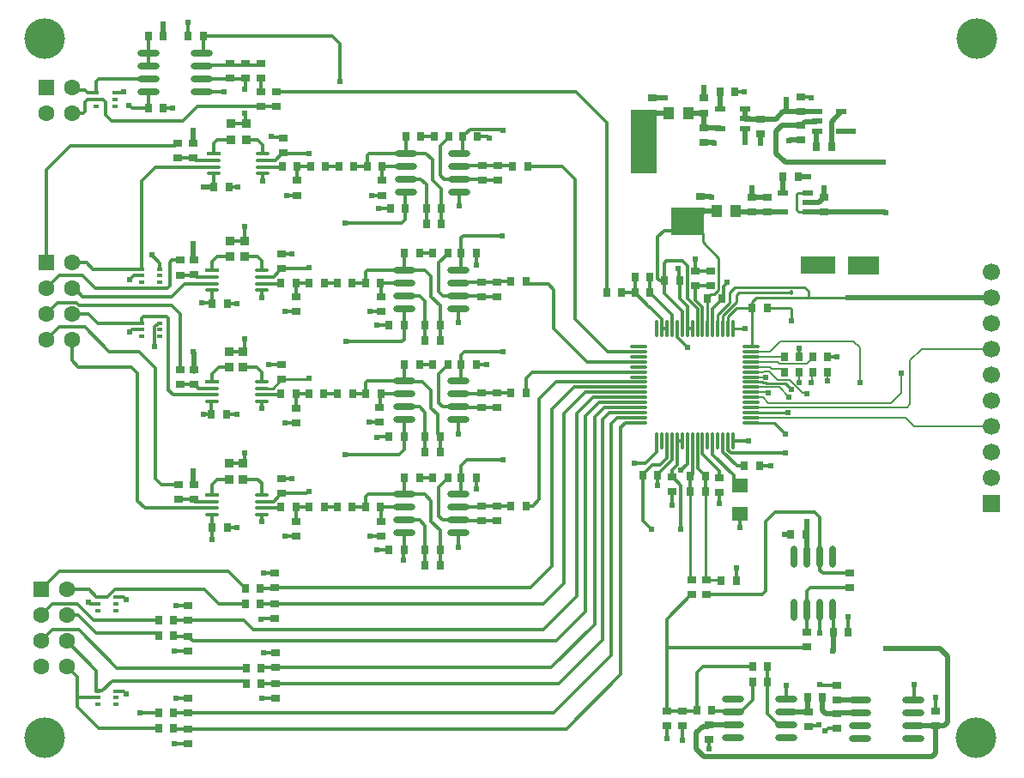
<source format=gtl>
G04*
G04 #@! TF.GenerationSoftware,Altium Limited,Altium Designer,22.0.2 (36)*
G04*
G04 Layer_Physical_Order=1*
G04 Layer_Color=12695295*
%FSLAX25Y25*%
%MOIN*%
G70*
G04*
G04 #@! TF.SameCoordinates,8A9B01F1-EDD2-4DB2-B9E0-C6938A593893*
G04*
G04*
G04 #@! TF.FilePolarity,Positive*
G04*
G01*
G75*
%ADD15C,0.00600*%
%ADD17C,0.01000*%
%ADD18R,0.03347X0.02953*%
%ADD19R,0.03347X0.03543*%
%ADD20O,0.05512X0.01200*%
%ADD21R,0.05512X0.01200*%
%ADD22R,0.02953X0.03347*%
%ADD23O,0.07087X0.01181*%
%ADD24O,0.01181X0.07087*%
%ADD25O,0.08661X0.02362*%
%ADD26R,0.06496X0.05512*%
%ADD27R,0.05512X0.06496*%
%ADD28R,0.03937X0.05118*%
%ADD29R,0.04134X0.02362*%
%ADD30O,0.02362X0.08661*%
%ADD31R,0.02165X0.01378*%
%ADD32C,0.06693*%
%ADD33R,0.06693X0.06693*%
%ADD34C,0.06299*%
%ADD35R,0.06299X0.06299*%
%ADD36C,0.15748*%
%ADD37C,0.02000*%
%ADD38C,0.01200*%
%ADD39C,0.02500*%
%ADD40R,0.13500X0.07000*%
%ADD41R,0.10000X0.25000*%
%ADD42R,0.13000X0.10500*%
%ADD43C,0.02400*%
%ADD44C,0.01800*%
G36*
X434000Y291000D02*
X422000D01*
Y298000D01*
X434000D01*
Y291000D01*
D02*
G37*
D15*
X450500Y262000D02*
X477500D01*
X446000Y257500D02*
X450500Y262000D01*
X397807Y235223D02*
X444277D01*
X397676Y239291D02*
X397807Y239423D01*
X384240Y235354D02*
X397676D01*
X397807Y239423D02*
X444923D01*
X446000Y240500D01*
X444277Y235223D02*
X447500Y232000D01*
X397676Y235354D02*
X397807Y235223D01*
X384240Y239291D02*
X397676D01*
X404086Y244944D02*
X405656D01*
X406000Y244600D01*
X442500Y245000D02*
Y252500D01*
X438500Y241000D02*
X442500Y245000D01*
X426500Y249000D02*
Y262500D01*
X424000Y265000D02*
X426500Y262500D01*
X395500Y265000D02*
X424000D01*
X391445Y260945D02*
X395500Y265000D01*
X384240Y260945D02*
X391445D01*
X391000Y241000D02*
X438500D01*
X446000Y240500D02*
Y257500D01*
X388772Y243228D02*
X391000Y241000D01*
X384240Y243228D02*
X388772D01*
X384240Y247165D02*
X395129D01*
X398956Y243338D01*
X399065Y249965D02*
X404086Y244944D01*
X390803Y245197D02*
X391000Y245000D01*
X384240Y245197D02*
X390803D01*
X391333Y253202D02*
X394570Y249965D01*
X399065D01*
X388896Y253071D02*
X389028Y253202D01*
X391333D01*
X384240Y253071D02*
X388896D01*
X447500Y232000D02*
X477500D01*
X402927Y249073D02*
Y252927D01*
X413854Y249646D02*
Y253000D01*
X391476Y255039D02*
X392342Y254173D01*
X384240Y255039D02*
X391476D01*
X392342Y254173D02*
X396169D01*
X384240Y257008D02*
X394433D01*
X384240Y258976D02*
X397122D01*
X394433Y257008D02*
X395214Y256227D01*
X384240Y251102D02*
X389898D01*
X396169Y254173D02*
X397146Y253197D01*
Y253000D02*
Y253197D01*
X397122Y258976D02*
X397146Y259000D01*
X395214Y256227D02*
X405715D01*
X408291Y258803D02*
Y259000D01*
X407768Y252622D02*
X408146Y253000D01*
X405715Y256227D02*
X408291Y258803D01*
X407500Y249000D02*
X407768Y249268D01*
Y252622D01*
D17*
X365400Y303512D02*
X371500Y297412D01*
X369750Y283191D02*
X371500Y284940D01*
Y297412D01*
X368640Y283191D02*
X369750D01*
X367302Y270009D02*
Y281853D01*
X368640Y283191D01*
X406500Y282000D02*
X422000D01*
X386323D02*
X406500D01*
X405000Y286000D02*
X406500Y284500D01*
Y282000D02*
Y284500D01*
X378000Y286000D02*
X405000D01*
X376000Y284000D02*
X378000Y286000D01*
X376000Y279940D02*
Y284000D01*
X371248Y275188D02*
X376000Y279940D01*
X371248Y270000D02*
Y275188D01*
X378500Y283000D02*
X379500Y284000D01*
X378500Y280178D02*
Y283000D01*
X373217Y274894D02*
X378500Y280178D01*
X379500Y284000D02*
X400000D01*
X373217Y270000D02*
Y274894D01*
X375185Y270000D02*
Y274600D01*
X378585Y278000D02*
X384646D01*
X375185Y274600D02*
X378585Y278000D01*
X384240Y237323D02*
X398677D01*
X384240Y233386D02*
X393114D01*
X397500Y229000D01*
X384646Y262997D02*
Y278000D01*
X377153Y270000D02*
X382000D01*
X384562Y262913D02*
X384646Y262997D01*
X384240Y262913D02*
X384562D01*
X384646Y278000D02*
Y280323D01*
X386323Y282000D01*
X390245Y248565D02*
X397405D01*
X399735Y246235D01*
X390010Y248800D02*
X390245Y248565D01*
X388947Y248800D02*
X390010D01*
X400000Y273000D02*
Y277414D01*
X399414Y278000D02*
X400000Y277414D01*
X390354Y278000D02*
X399414D01*
X212146Y250146D02*
X212500Y250500D01*
X202000Y250146D02*
X212146D01*
X365400Y303512D02*
Y307100D01*
X364000Y308500D02*
X365400Y307100D01*
X402727Y315273D02*
X406043D01*
X402000Y316000D02*
X402727Y315273D01*
X402000Y316000D02*
Y322168D01*
X402586Y322754D01*
X406043D01*
X372437Y172209D02*
X372646Y172000D01*
X367000Y172209D02*
X372437D01*
X366354Y172854D02*
Y206500D01*
Y172854D02*
X367000Y172209D01*
X360646Y172657D02*
Y206500D01*
Y172657D02*
X361082Y172221D01*
X194146Y246779D02*
X198437D01*
X201803Y250146D01*
X202000D01*
X367302Y270009D02*
X367311Y270000D01*
X384240Y249134D02*
X388614D01*
X388947Y248800D01*
X170949Y377000D02*
X171354Y377406D01*
D18*
X456000Y121354D02*
D03*
Y115646D02*
D03*
X194000Y372854D02*
D03*
Y367146D02*
D03*
X188000Y372854D02*
D03*
Y367146D02*
D03*
X182000Y367146D02*
D03*
Y372854D02*
D03*
X194000Y361854D02*
D03*
Y356146D02*
D03*
X200000Y361854D02*
D03*
Y356146D02*
D03*
X367000Y166500D02*
D03*
Y172209D02*
D03*
X361082Y166512D02*
D03*
Y172221D02*
D03*
X353500Y212209D02*
D03*
Y206500D02*
D03*
X372000Y211854D02*
D03*
Y206146D02*
D03*
X368500Y286646D02*
D03*
Y292354D02*
D03*
X162000Y209354D02*
D03*
Y203646D02*
D03*
X162500Y253854D02*
D03*
Y248146D02*
D03*
X162458Y296466D02*
D03*
Y290757D02*
D03*
X161500Y341854D02*
D03*
Y336146D02*
D03*
X388000Y351354D02*
D03*
Y345646D02*
D03*
X346000Y359468D02*
D03*
Y353759D02*
D03*
X366000Y347868D02*
D03*
Y342159D02*
D03*
Y359468D02*
D03*
Y353759D02*
D03*
X362500Y292354D02*
D03*
Y286646D02*
D03*
X406000Y146146D02*
D03*
Y151854D02*
D03*
X357500Y121354D02*
D03*
Y115646D02*
D03*
X351500Y121354D02*
D03*
Y115646D02*
D03*
X368000Y115854D02*
D03*
Y110146D02*
D03*
X406500Y115146D02*
D03*
Y120854D02*
D03*
X417500Y131354D02*
D03*
Y125646D02*
D03*
Y114646D02*
D03*
Y120354D02*
D03*
X412500Y320868D02*
D03*
Y315159D02*
D03*
X364500Y315514D02*
D03*
Y321222D02*
D03*
X384500Y315159D02*
D03*
Y320868D02*
D03*
X390500D02*
D03*
Y315159D02*
D03*
X403500Y354132D02*
D03*
Y359841D02*
D03*
Y343132D02*
D03*
Y348841D02*
D03*
X165500Y150354D02*
D03*
Y144646D02*
D03*
Y162354D02*
D03*
Y156646D02*
D03*
X199248Y162947D02*
D03*
Y157238D02*
D03*
X199146Y174854D02*
D03*
Y169146D02*
D03*
X165500Y114354D02*
D03*
Y108646D02*
D03*
Y126354D02*
D03*
Y120646D02*
D03*
X285500Y244854D02*
D03*
Y239146D02*
D03*
X207500Y233291D02*
D03*
Y239000D02*
D03*
X168000Y253854D02*
D03*
Y248146D02*
D03*
X285500Y200854D02*
D03*
Y195146D02*
D03*
X207500Y189291D02*
D03*
Y195000D02*
D03*
X168000Y209354D02*
D03*
Y203646D02*
D03*
X279500Y239146D02*
D03*
Y244854D02*
D03*
X240000Y233646D02*
D03*
Y239354D02*
D03*
X202000Y255854D02*
D03*
Y250146D02*
D03*
X279500Y195146D02*
D03*
Y200854D02*
D03*
X240500Y189291D02*
D03*
Y195000D02*
D03*
X202000Y211709D02*
D03*
Y206000D02*
D03*
X202500Y343854D02*
D03*
Y338146D02*
D03*
X241000Y321791D02*
D03*
Y327500D02*
D03*
X280000Y327646D02*
D03*
Y333354D02*
D03*
X167500Y341854D02*
D03*
Y336146D02*
D03*
X208000Y321791D02*
D03*
Y327500D02*
D03*
X286000Y333354D02*
D03*
Y327646D02*
D03*
X202000Y298917D02*
D03*
Y293209D02*
D03*
X240500Y276500D02*
D03*
Y282209D02*
D03*
X279500Y282354D02*
D03*
Y288063D02*
D03*
X168000Y296563D02*
D03*
Y290854D02*
D03*
X207500Y276500D02*
D03*
Y282209D02*
D03*
X285500Y288063D02*
D03*
Y282354D02*
D03*
X199500Y131854D02*
D03*
Y126146D02*
D03*
Y143854D02*
D03*
Y138146D02*
D03*
X422500Y174854D02*
D03*
Y169146D02*
D03*
D19*
X187500Y304051D02*
D03*
Y297949D02*
D03*
X182000Y297949D02*
D03*
Y304051D02*
D03*
X187000Y261052D02*
D03*
Y254949D02*
D03*
X181500Y254948D02*
D03*
Y261051D02*
D03*
X188203Y343401D02*
D03*
Y349503D02*
D03*
X182203Y349502D02*
D03*
Y343400D02*
D03*
X187000Y211449D02*
D03*
Y217551D02*
D03*
X181500Y217551D02*
D03*
Y211449D02*
D03*
D20*
X174854Y244220D02*
D03*
X194146Y249339D02*
D03*
Y246779D02*
D03*
Y244220D02*
D03*
Y241661D02*
D03*
X174854D02*
D03*
Y246779D02*
D03*
Y202780D02*
D03*
Y197661D02*
D03*
X194146D02*
D03*
Y200220D02*
D03*
Y202780D02*
D03*
Y205339D02*
D03*
X174854Y200220D02*
D03*
X175354Y335279D02*
D03*
Y330161D02*
D03*
X194646D02*
D03*
Y332720D02*
D03*
Y335279D02*
D03*
Y337839D02*
D03*
X175354Y332720D02*
D03*
X174854Y289988D02*
D03*
Y284870D02*
D03*
X194146D02*
D03*
Y287429D02*
D03*
Y289988D02*
D03*
Y292547D02*
D03*
X174854Y287429D02*
D03*
D21*
Y249339D02*
D03*
Y205339D02*
D03*
X175354Y337839D02*
D03*
X174854Y292547D02*
D03*
D22*
X384646Y278000D02*
D03*
X390560Y138497D02*
D03*
X384852D02*
D03*
X390500Y132500D02*
D03*
X384791D02*
D03*
X378354Y172000D02*
D03*
X372646D02*
D03*
X342146Y213000D02*
D03*
X347854D02*
D03*
X360646Y212500D02*
D03*
X366354D02*
D03*
X360646Y206500D02*
D03*
X366354D02*
D03*
X381646Y216500D02*
D03*
X387354D02*
D03*
X414000Y259000D02*
D03*
X408291D02*
D03*
X402854D02*
D03*
X397146D02*
D03*
X413854Y253000D02*
D03*
X408146D02*
D03*
X402854D02*
D03*
X397146D02*
D03*
X390354Y278000D02*
D03*
X367146Y281500D02*
D03*
X372854D02*
D03*
X344854Y284000D02*
D03*
X339146D02*
D03*
X339291Y290000D02*
D03*
X345000D02*
D03*
X328146Y284000D02*
D03*
X333854D02*
D03*
X155854Y355500D02*
D03*
X150146D02*
D03*
X165646Y383500D02*
D03*
X171354D02*
D03*
X150146D02*
D03*
X155854D02*
D03*
X255354Y256000D02*
D03*
X249646D02*
D03*
X356354Y288500D02*
D03*
X350646D02*
D03*
X411854Y126500D02*
D03*
X406146D02*
D03*
X368854Y121500D02*
D03*
X363146D02*
D03*
X396646Y329014D02*
D03*
X402354D02*
D03*
X372146Y362014D02*
D03*
X377854D02*
D03*
X409646Y340486D02*
D03*
X415354D02*
D03*
X154146Y150500D02*
D03*
X159854D02*
D03*
X154146Y156500D02*
D03*
X159854D02*
D03*
X187791Y163000D02*
D03*
X193500D02*
D03*
X187791Y169000D02*
D03*
X193500D02*
D03*
X188146Y138000D02*
D03*
X193854D02*
D03*
X188146Y132000D02*
D03*
X193854D02*
D03*
X154146Y114500D02*
D03*
X159854D02*
D03*
X154146Y120500D02*
D03*
X159854D02*
D03*
X240354Y244500D02*
D03*
X234646D02*
D03*
X229354D02*
D03*
X223646D02*
D03*
X266354Y256000D02*
D03*
X260646D02*
D03*
X296709Y245000D02*
D03*
X291000D02*
D03*
X263354Y228000D02*
D03*
X257646D02*
D03*
X240209Y200500D02*
D03*
X234500D02*
D03*
X229209D02*
D03*
X223500D02*
D03*
X266354Y212000D02*
D03*
X260646D02*
D03*
X296709Y201000D02*
D03*
X291000D02*
D03*
X263354Y184000D02*
D03*
X257646D02*
D03*
X180354Y236500D02*
D03*
X174646D02*
D03*
X249354Y228000D02*
D03*
X243646D02*
D03*
X212500Y244500D02*
D03*
X218209D02*
D03*
X201646D02*
D03*
X207354D02*
D03*
X271646Y256000D02*
D03*
X277354D02*
D03*
X257646Y222000D02*
D03*
X263354D02*
D03*
X180709Y192500D02*
D03*
X175000D02*
D03*
X249354Y184000D02*
D03*
X243646D02*
D03*
X212646Y200500D02*
D03*
X218354D02*
D03*
X201646D02*
D03*
X207354D02*
D03*
X249646Y212000D02*
D03*
X255354D02*
D03*
X271646D02*
D03*
X277354D02*
D03*
X257646Y178000D02*
D03*
X263354D02*
D03*
X258146Y310500D02*
D03*
X263854D02*
D03*
X272146Y344500D02*
D03*
X277854D02*
D03*
X250146D02*
D03*
X255854D02*
D03*
X202146Y333000D02*
D03*
X207854D02*
D03*
X213146D02*
D03*
X218854D02*
D03*
X249854Y316500D02*
D03*
X244146D02*
D03*
X181354Y325000D02*
D03*
X175646D02*
D03*
X263854Y316500D02*
D03*
X258146D02*
D03*
X297354Y333000D02*
D03*
X291646D02*
D03*
X266854Y344500D02*
D03*
X261146D02*
D03*
X229854Y333000D02*
D03*
X224146D02*
D03*
X240854D02*
D03*
X235146D02*
D03*
X257646Y265209D02*
D03*
X263354D02*
D03*
X271646Y299209D02*
D03*
X277354D02*
D03*
X249646D02*
D03*
X255354D02*
D03*
X201646Y287709D02*
D03*
X207354D02*
D03*
X212646D02*
D03*
X218354D02*
D03*
X249354Y271209D02*
D03*
X243646D02*
D03*
X180709Y279709D02*
D03*
X175000D02*
D03*
X263354Y271209D02*
D03*
X257646D02*
D03*
X296709Y288209D02*
D03*
X291000D02*
D03*
X266354Y299209D02*
D03*
X260646D02*
D03*
X229209Y287709D02*
D03*
X223500D02*
D03*
X240209D02*
D03*
X234500D02*
D03*
X405354Y190000D02*
D03*
X399646D02*
D03*
X416146Y152000D02*
D03*
X421854D02*
D03*
D23*
X384240Y262913D02*
D03*
Y237323D02*
D03*
Y260945D02*
D03*
Y258976D02*
D03*
Y257008D02*
D03*
Y255039D02*
D03*
Y253071D02*
D03*
Y251102D02*
D03*
Y249134D02*
D03*
Y247165D02*
D03*
Y245197D02*
D03*
Y243228D02*
D03*
Y241260D02*
D03*
Y239291D02*
D03*
Y235354D02*
D03*
Y233386D02*
D03*
X340539D02*
D03*
Y235354D02*
D03*
Y237323D02*
D03*
Y239291D02*
D03*
Y241260D02*
D03*
Y243228D02*
D03*
Y245197D02*
D03*
Y247165D02*
D03*
Y249134D02*
D03*
Y251102D02*
D03*
Y253071D02*
D03*
Y255039D02*
D03*
Y257008D02*
D03*
Y258976D02*
D03*
Y260945D02*
D03*
Y262913D02*
D03*
D24*
X375185Y270000D02*
D03*
X347626D02*
D03*
X349594D02*
D03*
X351563D02*
D03*
X353532D02*
D03*
X355500D02*
D03*
X357469D02*
D03*
X359437D02*
D03*
X361405D02*
D03*
X363374D02*
D03*
X365342D02*
D03*
X367311D02*
D03*
X369280D02*
D03*
X371248D02*
D03*
X373217D02*
D03*
X377153D02*
D03*
Y226299D02*
D03*
X375185D02*
D03*
X373217D02*
D03*
X371248D02*
D03*
X369280D02*
D03*
X367311D02*
D03*
X365342D02*
D03*
X363374D02*
D03*
X361405D02*
D03*
X359437D02*
D03*
X357469D02*
D03*
X355500D02*
D03*
X353532D02*
D03*
X351563D02*
D03*
X349594D02*
D03*
X347626D02*
D03*
D25*
X447269Y110592D02*
D03*
Y115593D02*
D03*
Y120592D02*
D03*
Y125593D02*
D03*
X426372Y110592D02*
D03*
Y115593D02*
D03*
Y120592D02*
D03*
Y125593D02*
D03*
X170949Y362000D02*
D03*
Y367000D02*
D03*
Y372000D02*
D03*
Y377000D02*
D03*
X150051Y362000D02*
D03*
Y367000D02*
D03*
Y372000D02*
D03*
Y377000D02*
D03*
X270949Y323000D02*
D03*
Y328000D02*
D03*
Y333000D02*
D03*
Y338000D02*
D03*
X250051Y323000D02*
D03*
Y328000D02*
D03*
Y333000D02*
D03*
Y338000D02*
D03*
X270449Y234500D02*
D03*
Y239500D02*
D03*
Y244500D02*
D03*
Y249500D02*
D03*
X249551Y234500D02*
D03*
Y239500D02*
D03*
Y244500D02*
D03*
Y249500D02*
D03*
X397949Y111000D02*
D03*
Y116000D02*
D03*
Y121000D02*
D03*
Y126000D02*
D03*
X377051Y111000D02*
D03*
Y116000D02*
D03*
Y121000D02*
D03*
Y126000D02*
D03*
X249551Y205500D02*
D03*
Y200500D02*
D03*
Y195500D02*
D03*
Y190500D02*
D03*
X270449Y205500D02*
D03*
Y200500D02*
D03*
Y195500D02*
D03*
Y190500D02*
D03*
X249551Y292709D02*
D03*
Y287709D02*
D03*
Y282709D02*
D03*
Y277709D02*
D03*
X270449Y292709D02*
D03*
Y287709D02*
D03*
Y282709D02*
D03*
Y277709D02*
D03*
D26*
X380000Y197988D02*
D03*
Y209012D02*
D03*
D27*
X425012Y294500D02*
D03*
X413988D02*
D03*
D28*
X359740Y353614D02*
D03*
X352260D02*
D03*
X370760Y315514D02*
D03*
X378240D02*
D03*
D29*
X381724Y347773D02*
D03*
Y351514D02*
D03*
Y355254D02*
D03*
X372276D02*
D03*
Y347773D02*
D03*
X396595Y315273D02*
D03*
Y322754D02*
D03*
X406043D02*
D03*
Y319014D02*
D03*
Y315273D02*
D03*
X419224Y354227D02*
D03*
Y346746D02*
D03*
X409776D02*
D03*
Y350486D02*
D03*
Y354227D02*
D03*
D30*
X401000Y160551D02*
D03*
X406000D02*
D03*
X411000D02*
D03*
X416000D02*
D03*
X401000Y181449D02*
D03*
X406000D02*
D03*
X411000D02*
D03*
X416000D02*
D03*
D31*
X137142Y356441D02*
D03*
Y359000D02*
D03*
Y361559D02*
D03*
X129858D02*
D03*
Y359000D02*
D03*
Y356441D02*
D03*
X154642Y287941D02*
D03*
Y290500D02*
D03*
Y293059D02*
D03*
X147358D02*
D03*
Y290500D02*
D03*
Y287941D02*
D03*
X154642Y266941D02*
D03*
Y269500D02*
D03*
Y272059D02*
D03*
X147358D02*
D03*
Y269500D02*
D03*
Y266941D02*
D03*
X137642Y160441D02*
D03*
Y163000D02*
D03*
Y165559D02*
D03*
X130358D02*
D03*
Y163000D02*
D03*
Y160441D02*
D03*
X137642Y123941D02*
D03*
Y126500D02*
D03*
Y129059D02*
D03*
X130358D02*
D03*
Y126500D02*
D03*
Y123941D02*
D03*
D32*
X477500Y292000D02*
D03*
Y272000D02*
D03*
Y262000D02*
D03*
Y212000D02*
D03*
Y222000D02*
D03*
Y232000D02*
D03*
Y242000D02*
D03*
Y252000D02*
D03*
Y282000D02*
D03*
D33*
Y202000D02*
D03*
D34*
X120500Y353500D02*
D03*
X110500D02*
D03*
X120500Y363500D02*
D03*
X108500Y138500D02*
D03*
X118500D02*
D03*
Y148500D02*
D03*
X108500D02*
D03*
X118500Y158500D02*
D03*
X108500D02*
D03*
X118500Y168500D02*
D03*
X110500Y265500D02*
D03*
X120500D02*
D03*
Y275500D02*
D03*
X110500D02*
D03*
X120500Y285500D02*
D03*
X110500D02*
D03*
X120500Y295500D02*
D03*
D35*
X110500Y363500D02*
D03*
X108500Y168500D02*
D03*
X110500Y295500D02*
D03*
D36*
X109868Y382673D02*
D03*
X109866Y111044D02*
D03*
X471611Y111012D02*
D03*
X471685Y382701D02*
D03*
D37*
X456000Y115169D02*
X456450Y115619D01*
X406000Y181449D02*
Y195000D01*
X363000Y106500D02*
Y113000D01*
X365378Y115378D01*
X367524D01*
X460500Y116817D02*
Y142500D01*
X436500Y145500D02*
X457500D01*
X460500Y142500D01*
X459328Y115646D02*
X460500Y116817D01*
X455973Y115619D02*
X456000Y115646D01*
X456450Y115619D02*
X456473D01*
X456500Y115646D01*
X456000D02*
X456500D01*
X459328D01*
X447269Y115593D02*
X447296Y115619D01*
X455973D01*
X456000Y105000D02*
Y115169D01*
X454500Y103500D02*
X456000Y105000D01*
X366000Y103500D02*
X454500D01*
X413026Y120427D02*
X416827D01*
X411854Y121599D02*
X413026Y120427D01*
X416827D02*
X416900Y120354D01*
X417500D01*
X411854Y121599D02*
Y126500D01*
X406424Y120931D02*
X406500Y120854D01*
X406323Y121031D02*
X406424Y120931D01*
X406323Y121031D02*
Y126323D01*
X406146Y126500D02*
X406323Y126323D01*
X418173Y125593D02*
X426372D01*
X417500Y125646D02*
X418173Y125593D01*
X363000Y106500D02*
X366000Y103500D01*
X367524Y115378D02*
X368000Y115854D01*
X368073Y115927D02*
X376978D01*
X155854Y383500D02*
Y388354D01*
X422000Y282000D02*
X477500D01*
X171500Y325000D02*
X175500D01*
X416073Y144573D02*
Y152073D01*
X416000Y144500D02*
X416073Y144573D01*
X399132Y343132D02*
X403500D01*
X399000Y343000D02*
X399132Y343132D01*
X398000Y354132D02*
X403500D01*
X396632D02*
X398000D01*
Y359000D01*
X397500Y334500D02*
X435500D01*
X394000Y338000D02*
X397500Y334500D01*
X394000Y338000D02*
Y346500D01*
X396341Y348841D01*
X403500D01*
X415354Y350357D02*
X419224Y354227D01*
X415354Y340486D02*
Y350357D01*
X436341Y315159D02*
X436500Y315000D01*
X412500Y315159D02*
X436341D01*
X368670Y321222D02*
X368892Y321000D01*
X364500Y321222D02*
X368670D01*
X368892Y321000D02*
X369000D01*
X370760Y315514D02*
X370760Y315514D01*
X364500Y315514D02*
X370760D01*
X384500Y320868D02*
Y324500D01*
Y320868D02*
X390500D01*
X378240Y315514D02*
X378417Y315336D01*
X384323D02*
X384500Y315159D01*
X378417Y315336D02*
X384323D01*
X384500Y315159D02*
X390500D01*
X390557Y315216D02*
X396537D01*
X390500Y315159D02*
X390557Y315216D01*
X396537D02*
X396595Y315273D01*
X406486Y329014D02*
X406500Y329000D01*
X402354Y329014D02*
X406486D01*
X396595Y322754D02*
X396620Y322779D01*
Y328988D01*
X396646Y329014D01*
X412500Y320868D02*
Y324500D01*
X410646Y319014D02*
X411827Y320195D01*
X406043Y319014D02*
X410646D01*
X411827Y320195D02*
Y320392D01*
X412303Y320868D01*
X412500D01*
X406134Y315183D02*
X412476D01*
X406043Y315273D02*
X406134Y315183D01*
X412476D02*
X412500Y315159D01*
X366000Y359468D02*
Y363500D01*
X369841Y342159D02*
X370000Y342000D01*
X366000Y342159D02*
X369841D01*
X350968Y359468D02*
X351000Y359500D01*
X346000Y359468D02*
X350968D01*
X346000Y353759D02*
X352114D01*
X352260Y353614D01*
X372211Y355319D02*
Y361949D01*
Y355319D02*
X372276Y355254D01*
X372146Y362014D02*
X372211Y361949D01*
X365927Y353686D02*
X366000Y353759D01*
X359813Y353686D02*
X365927D01*
X359740Y353614D02*
X359813Y353686D01*
X366000Y347868D02*
Y353759D01*
X366047Y347821D02*
X372228D01*
X366000Y347868D02*
X366047Y347821D01*
X372228D02*
X372276Y347773D01*
X381724Y342224D02*
Y347773D01*
X388000Y342000D02*
Y345646D01*
X381724Y351514D02*
Y355254D01*
X381804Y351434D02*
X387920D01*
X381724Y351514D02*
X381804Y351434D01*
X387920D02*
X388000Y351354D01*
X393854D02*
X396632Y354132D01*
X388000Y351354D02*
X393854D01*
X381724Y355254D02*
X381906Y355073D01*
X419224Y346746D02*
X423746D01*
X409635Y350346D02*
X409776Y350486D01*
X405155Y350346D02*
X409635D01*
X409646Y340486D02*
X409669Y340510D01*
X403673Y348864D02*
X405155Y350346D01*
X409669Y340510D02*
Y346640D01*
X409776Y346746D01*
X403744Y354227D02*
X409776D01*
X398018Y120931D02*
X406424D01*
X397949Y121000D02*
X398018Y120931D01*
X406500Y120854D02*
X406573Y120927D01*
X417669Y120523D02*
X426302D01*
X426372Y120592D01*
X417500Y120354D02*
X417669Y120523D01*
X199222Y162973D02*
X199248Y162947D01*
X193500Y163000D02*
X193526Y162973D01*
X199073Y169073D02*
X199146Y169146D01*
X193500Y169000D02*
X193573Y169073D01*
X193854Y132000D02*
X193927Y131927D01*
X199427D02*
X199500Y131854D01*
X165427Y114427D02*
X165500Y114354D01*
X159854Y114500D02*
X159927Y114427D01*
X159646Y120500D02*
X159791Y120354D01*
X165427Y120573D02*
X165500Y120646D01*
X159854Y120500D02*
X159927Y120573D01*
X165427Y150427D02*
X165500Y150354D01*
X159854Y150500D02*
X159927Y150427D01*
X159646Y156500D02*
X159791Y156354D01*
X165427Y156573D02*
X165500Y156646D01*
X159854Y156500D02*
X159927Y156573D01*
X167500Y341854D02*
Y347000D01*
Y297039D02*
Y303000D01*
X167976Y296563D02*
X168000D01*
X167500Y297039D02*
X167976Y296563D01*
X167500Y260892D02*
X168000Y260392D01*
X167500Y260892D02*
Y261000D01*
X168000Y253354D02*
Y260392D01*
X167500Y209831D02*
Y214500D01*
X167976Y209354D02*
X168000D01*
X167500Y209831D02*
X167976Y209354D01*
D38*
X414257Y114646D02*
X417500D01*
X413000Y113500D02*
X413112D01*
X414257Y114646D01*
X407125Y115770D02*
X410270D01*
X410500Y116000D01*
X406500Y115146D02*
X407125Y115770D01*
X456000Y121960D02*
X456460Y121500D01*
X456000Y121960D02*
Y126500D01*
X447500Y126129D02*
Y131500D01*
X447000Y125862D02*
X447232D01*
X447500Y126129D01*
X417427Y131427D02*
X417500Y131354D01*
X411073Y131427D02*
X417427D01*
X411000Y131500D02*
X411073Y131427D01*
X368000Y115854D02*
X368073Y115927D01*
X376978D02*
X377051Y116000D01*
X373645Y282291D02*
Y286321D01*
X375000Y287675D01*
X372854Y281500D02*
X373645Y282291D01*
X359500Y281500D02*
X363374Y277626D01*
X359500Y281500D02*
Y294240D01*
X372854Y281303D02*
Y281500D01*
X375000Y287675D02*
Y288000D01*
X146000Y203000D02*
Y252500D01*
X123000Y255000D02*
X143500D01*
X146000Y252500D01*
X120500Y257500D02*
X123000Y255000D01*
X135000Y261000D02*
X146500D01*
X125500Y270500D02*
X135000Y261000D01*
X115500Y270500D02*
X125500D01*
X110500Y275500D02*
X114850Y279850D01*
X159178Y278822D02*
X162500Y275500D01*
X123329Y278822D02*
X159178D01*
X122302Y279850D02*
X123329Y278822D01*
X114850Y279850D02*
X122302D01*
X168197Y248146D02*
X169563Y246779D01*
X174854D01*
X168000Y248146D02*
X168197D01*
X162500D02*
X168000D01*
X162500Y253854D02*
Y275500D01*
X158000Y246000D02*
X159780Y244220D01*
X158000Y246000D02*
Y273797D01*
X159780Y244220D02*
X161279D01*
X161279Y244220D01*
X174854D01*
X148061Y274500D02*
X157297D01*
X158000Y273797D01*
X110500Y285500D02*
X115500Y290500D01*
X124500D02*
X129500Y285500D01*
X115500Y290500D02*
X124500D01*
X128631Y293059D02*
X147358D01*
X126190Y295500D02*
X128631Y293059D01*
X158500Y286500D02*
Y295763D01*
X157500Y285500D02*
X158500Y286500D01*
X129500Y285500D02*
X157500D01*
X159203Y296466D02*
X162458D01*
X158500Y295763D02*
X159203Y296466D01*
X167903Y290757D02*
X168000Y290854D01*
X162458Y290757D02*
X167903D01*
X120000Y341000D02*
X160646D01*
X110500Y331500D02*
X120000Y341000D01*
X160646D02*
X161500Y341854D01*
X167500Y336146D02*
X168366Y335279D01*
X175354D01*
X161500Y336146D02*
X167500D01*
X110500Y295500D02*
Y331500D01*
X167453Y203646D02*
X168319Y202780D01*
X162000Y203646D02*
X167453D01*
X168319Y202780D02*
X174854D01*
X155146Y209354D02*
X162000D01*
X153000Y211500D02*
Y254500D01*
Y211500D02*
X155146Y209354D01*
X146500Y261000D02*
X153000Y254500D01*
X376468Y221500D02*
X397500D01*
X375195Y222773D02*
X376468Y221500D01*
X194000Y361854D02*
Y367146D01*
X187000Y261051D02*
X187500Y261551D01*
Y266000D01*
X181500Y261051D02*
X187000D01*
X181500Y261051D02*
X181500Y261051D01*
X187730Y349977D02*
Y353270D01*
X182204Y349503D02*
X188203D01*
X187730Y349977D02*
X188203Y349503D01*
X187500Y353500D02*
X187730Y353270D01*
X187500Y218052D02*
Y221500D01*
X187000Y217551D02*
X187500Y218052D01*
Y304051D02*
Y309500D01*
X187500Y304051D02*
X187500Y304051D01*
X182000Y304051D02*
X187500D01*
X182000Y304051D02*
X182000Y304051D01*
X187927Y367073D02*
X188000Y367146D01*
X187730Y366875D02*
X187927Y367073D01*
X171022D02*
X187927D01*
X187500Y363000D02*
X187730Y363230D01*
Y366875D01*
X182203Y349502D02*
X182204Y349503D01*
X188203D02*
X188203Y349503D01*
X274000Y219000D02*
X288000D01*
X205787Y211704D02*
X205791Y211700D01*
X202000Y211709D02*
X202004Y211704D01*
X205787D01*
X181500Y217551D02*
X187000D01*
X181500Y217551D02*
X181500Y217551D01*
X192599Y343401D02*
X194646Y341354D01*
Y337839D02*
Y341354D01*
X188203Y343401D02*
X192599D01*
X175354Y341854D02*
X176900Y343400D01*
X182203D01*
X175354Y337839D02*
Y341854D01*
X163500Y350500D02*
X169146Y356146D01*
X136000Y350500D02*
X163500D01*
X169146Y356146D02*
X194000D01*
X194146Y292547D02*
Y296354D01*
X192551Y297949D02*
X194146Y296354D01*
X187500Y297949D02*
X192551D01*
X176948Y297949D02*
X182000D01*
X174854Y295854D02*
X176948Y297949D01*
X174854Y292547D02*
Y295854D01*
X192051Y254949D02*
X194146Y252854D01*
Y249339D02*
Y252854D01*
X187000Y254949D02*
X192051D01*
X174854Y252354D02*
X177448Y254948D01*
X181500D01*
X174854Y249339D02*
Y252354D01*
X194146Y205339D02*
Y209854D01*
X192551Y211449D02*
X194146Y209854D01*
X187000Y211449D02*
X192551D01*
X176948Y211449D02*
X181500D01*
X174854Y209354D02*
X176948Y211449D01*
X174854Y205339D02*
Y209354D01*
X170949Y367000D02*
X171022Y367073D01*
X171171Y372222D02*
X193368D01*
X170949Y372000D02*
X171171Y372222D01*
X193368D02*
X194000Y372854D01*
X133500Y353000D02*
Y358000D01*
Y353000D02*
X136000Y350500D01*
X194000Y356146D02*
X200000D01*
X316146Y361854D02*
X328146Y349854D01*
X200000Y361854D02*
X316146D01*
X328146Y284000D02*
Y349854D01*
X170949Y362000D02*
X179500D01*
X120500Y353500D02*
X124797D01*
X125500Y354203D02*
Y358000D01*
X124797Y353500D02*
X125500Y354203D01*
Y358000D02*
X126500Y359000D01*
X129858D01*
X132500D02*
X133500Y358000D01*
X129858Y359000D02*
X132500D01*
X140059Y361559D02*
X140500Y362000D01*
X137142Y361559D02*
X140059D01*
X129858Y365858D02*
X131000Y367000D01*
X150051D01*
X129858Y361559D02*
Y365858D01*
X120500Y363500D02*
X121292Y362708D01*
X125450D01*
X126598Y361559D01*
X129858D01*
X120500Y363500D02*
X120560D01*
X122500Y123000D02*
X131000Y114500D01*
X154146D01*
X122500Y123000D02*
Y126500D01*
X118500Y138500D02*
X122500Y134500D01*
Y126500D02*
Y134500D01*
Y126500D02*
X130358D01*
X402854Y253000D02*
X402927Y252927D01*
Y249073D02*
X403000Y249000D01*
X193854Y138000D02*
X194000Y138146D01*
X306646D01*
X343230Y217730D02*
X347626Y222126D01*
Y226299D01*
X339230Y217730D02*
X343230D01*
X339000Y217500D02*
X339230Y217730D01*
X355500Y217000D02*
Y226299D01*
X353500Y215000D02*
X355500Y217000D01*
X353500Y212209D02*
Y215000D01*
X359437Y217437D02*
Y226299D01*
X357000Y215000D02*
X359437Y217437D01*
X397300Y190000D02*
X399646D01*
X387354Y216500D02*
X391700D01*
X381486Y362014D02*
X381500Y362000D01*
X377854Y362014D02*
X381486D01*
X368000Y106500D02*
Y110146D01*
X351500Y110500D02*
Y115646D01*
X375195Y222773D02*
Y226290D01*
X375185Y226299D02*
X375195Y226290D01*
X402854Y259000D02*
Y262354D01*
X414000Y259000D02*
X417500D01*
X413854Y249646D02*
X414000Y249500D01*
X397949Y126000D02*
Y131449D01*
X421854Y157854D02*
X422000Y158000D01*
X421854Y152000D02*
Y157854D01*
X411000Y151500D02*
Y160551D01*
X359484Y262500D02*
X359500D01*
X355509Y266474D02*
X359484Y262500D01*
X355500Y270000D02*
X355509Y269990D01*
Y266474D02*
Y269990D01*
X357500Y110000D02*
Y115646D01*
X282000Y344500D02*
X282500Y344000D01*
X277854Y344500D02*
X282000D01*
X277354Y256000D02*
X281500D01*
X236000Y233500D02*
X236146Y233646D01*
X240000D01*
X201625Y344270D02*
X201854Y344500D01*
X198230Y344270D02*
X201625D01*
X198000Y344500D02*
X198230Y344270D01*
X201854Y344500D02*
X202500Y343854D01*
X195000Y175000D02*
X195146Y174854D01*
X199146D01*
X194000Y157000D02*
X194238Y157238D01*
X199248D01*
X140441Y129059D02*
X141500Y128000D01*
X137642Y129059D02*
X140441D01*
Y165559D02*
X141500Y164500D01*
X137642Y165559D02*
X140441D01*
X152359Y263141D02*
X152500Y263000D01*
X152359Y263141D02*
Y270686D01*
X153062Y271389D01*
X153578D01*
X154248Y272059D01*
X154642D01*
X151500Y298500D02*
X154642Y295358D01*
Y293059D02*
Y295358D01*
X263354Y222000D02*
Y228000D01*
X263354Y228000D02*
X263354Y228000D01*
X226500Y221000D02*
X247500D01*
X249354Y222854D01*
Y228000D01*
X227000Y265000D02*
X248651D01*
X249354Y265703D02*
Y271209D01*
X248651Y265000D02*
X249354Y265703D01*
X226500Y311000D02*
X248506D01*
X249854Y312349D01*
Y316500D01*
X239000Y184000D02*
X243646D01*
X249000Y180000D02*
X249177Y180177D01*
Y183823D01*
X249354Y184000D01*
X175000Y192500D02*
Y197661D01*
Y188000D02*
Y192500D01*
X174646Y236500D02*
Y241661D01*
X171500Y236500D02*
X174646D01*
X175000Y279709D02*
Y284870D01*
X171146Y279854D02*
X174854D01*
X175000Y279709D01*
X171000Y280000D02*
X171146Y279854D01*
X175500Y325000D02*
Y330161D01*
X142825Y356500D02*
X143825Y355500D01*
X150146D01*
X142500Y356500D02*
X142825D01*
X270449Y185051D02*
Y190500D01*
X203291Y189291D02*
X207500D01*
X236209D02*
X240500D01*
X290927Y244927D02*
X291000Y245000D01*
X285500Y244854D02*
X285573Y244927D01*
X290927D01*
X285500Y244854D02*
X285500Y244854D01*
X279500Y244854D02*
X285500D01*
X270626Y244677D02*
X279323D01*
X270449Y244500D02*
X270626Y244677D01*
X279323D02*
X279500Y244854D01*
X380000Y192500D02*
Y197988D01*
X372000Y202000D02*
Y206146D01*
X378354Y176854D02*
X378500Y177000D01*
X378354Y172000D02*
Y176854D01*
X224500Y366000D02*
Y380500D01*
X221500Y383500D02*
X224500Y380500D01*
X273022Y345573D02*
X273219D01*
X272146Y344697D02*
X273022Y345573D01*
X272146Y338537D02*
Y344697D01*
X275019Y347373D02*
X287627D01*
X273219Y345573D02*
X275019Y347373D01*
X287627D02*
X288000Y347000D01*
X272500Y306000D02*
X287500D01*
X271646Y305146D02*
X272500Y306000D01*
X271646Y299209D02*
Y305146D01*
X273000Y261000D02*
X288000D01*
X271646Y259646D02*
X273000Y261000D01*
X271646Y256000D02*
Y259646D01*
X255354Y256000D02*
X260646D01*
X271646Y250037D02*
Y256000D01*
X271109Y249500D02*
X271646Y250037D01*
X270449Y249500D02*
X271109D01*
X239825Y228000D02*
X243646D01*
X239000Y227500D02*
X239325D01*
X239825Y228000D01*
X271646Y216646D02*
X274000Y219000D01*
X271646Y212000D02*
Y216646D01*
X171354Y383500D02*
X221500D01*
X202646Y338000D02*
X202718Y338073D01*
X212427D01*
X212500Y338000D01*
X202500Y338146D02*
X202646Y338000D01*
X212209Y293209D02*
X212500Y293500D01*
X202000Y293209D02*
X212209D01*
X211675Y206000D02*
X212175Y206500D01*
X202000Y206000D02*
X211675D01*
X212175Y206500D02*
X212500D01*
X160854Y162354D02*
X165500D01*
X194146Y194854D02*
Y197661D01*
X155854Y355500D02*
X159500D01*
X353697Y212209D02*
X357000Y208906D01*
X353500Y212209D02*
X353697D01*
X357000Y192000D02*
Y208906D01*
X353500Y201354D02*
Y206500D01*
X361371Y213225D02*
Y226265D01*
X360646Y212500D02*
X361371Y213225D01*
Y226265D02*
X361405Y226299D01*
X342146Y195354D02*
Y213000D01*
Y195354D02*
X345500Y192000D01*
X362500Y292354D02*
Y297000D01*
X350500Y308000D02*
X353500D01*
X348000Y305500D02*
X350500Y308000D01*
X348703Y288500D02*
X350646D01*
X348000Y289203D02*
X348703Y288500D01*
X348000Y289203D02*
Y305500D01*
X390000Y168000D02*
Y195000D01*
X393500Y198500D02*
X409000D01*
X390000Y195000D02*
X393500Y198500D01*
X409000D02*
X411000Y196500D01*
Y181449D02*
Y196500D01*
X407159Y359841D02*
X407500Y359500D01*
X403500Y359841D02*
X407159D01*
X316500Y166000D02*
Y237000D01*
X190859Y153000D02*
X303500D01*
X316500Y166000D01*
X363146Y121500D02*
Y136146D01*
X365497Y138497D02*
X384852D01*
X363146Y136146D02*
X365497Y138497D01*
X351573Y121427D02*
X357500D01*
X363073D01*
X411000Y176000D02*
Y181449D01*
X388500Y166500D02*
X390000Y168000D01*
X367000Y166500D02*
X388500D01*
X411000Y176000D02*
X412146Y174854D01*
X422500D01*
X406000Y168000D02*
X407146Y169146D01*
X406000Y160551D02*
Y168000D01*
X407146Y169146D02*
X422500D01*
X416073Y152073D02*
Y160478D01*
X416000Y160551D02*
X416073Y160478D01*
X406000Y151854D02*
Y160551D01*
X351500Y146000D02*
Y157127D01*
Y121354D02*
Y146000D01*
X405854D01*
X406000Y146146D01*
X360885Y166512D02*
X361082D01*
X351500Y157127D02*
X360885Y166512D01*
X363073Y121427D02*
X363146Y121500D01*
X351500Y121354D02*
X351573Y121427D01*
X376829Y121222D02*
X377051Y121000D01*
X369132Y121222D02*
X376829D01*
X368854Y121500D02*
X369132Y121222D01*
X380201Y121000D02*
X384791Y125591D01*
X377051Y121000D02*
X380201D01*
X384791Y125591D02*
Y132500D01*
X390500D02*
X390530Y132530D01*
Y138467D01*
X390560Y138497D01*
X390500Y120299D02*
X394799Y116000D01*
X397949D01*
X390500Y120299D02*
Y132500D01*
X239500Y316500D02*
X244146D01*
X249854D02*
Y322803D01*
X250051Y323000D01*
X255854Y344500D02*
X261146D01*
X235146Y333000D02*
Y337297D01*
X235849Y338000D02*
X250051D01*
X235146Y337297D02*
X235849Y338000D01*
X240927Y327573D02*
X241000Y327500D01*
X240854Y333000D02*
X240927Y332927D01*
Y327573D02*
Y332927D01*
X240854Y333000D02*
X250051D01*
X229854D02*
X235146D01*
X218854D02*
X224146D01*
X199437Y335279D02*
X202303Y338146D01*
X194646Y335279D02*
X199437D01*
X202303Y338146D02*
X202500D01*
X181354Y325000D02*
X185000D01*
X249733Y249318D02*
X256682D01*
X260000Y239000D02*
Y246000D01*
X256682Y249318D02*
X260000Y246000D01*
X262500Y228854D02*
X263354Y228000D01*
X260000Y239000D02*
X262500Y236500D01*
Y228854D02*
Y236500D01*
X257646Y228000D02*
Y237354D01*
X255500Y239500D02*
X257646Y237354D01*
X263000Y241000D02*
Y252449D01*
Y241000D02*
X264500Y239500D01*
X263000Y252449D02*
X266354Y255803D01*
X249551Y249500D02*
X249733Y249318D01*
X234500Y292006D02*
X235203Y292709D01*
X249551D01*
X234500Y287709D02*
Y292006D01*
X249551Y249500D02*
X249646Y249594D01*
Y256000D01*
X235500Y205500D02*
X249551D01*
X234500Y204500D02*
X235500Y205500D01*
X234500Y200500D02*
Y204500D01*
X234646Y244500D02*
Y248797D01*
X235349Y249500D01*
X249551D01*
X240354Y244500D02*
X249551D01*
X240177Y244323D02*
X240354Y244500D01*
X240000Y239354D02*
X240177Y239531D01*
Y244323D01*
X229354Y244500D02*
X234646D01*
X218209D02*
X223646D01*
X207354D02*
X212500D01*
X207427Y239073D02*
X207500Y239000D01*
X207354Y244500D02*
X207427Y244427D01*
Y239073D02*
Y244427D01*
X196854Y255854D02*
X202000D01*
X180354Y236500D02*
X184500D01*
X174646Y241661D02*
X174854D01*
X320000Y160000D02*
Y236000D01*
X308500Y148500D02*
X320000Y160000D01*
Y236000D02*
X325260Y241260D01*
X340539D01*
X323500Y155000D02*
Y235500D01*
X327291Y239291D02*
X340539D01*
X323500Y235500D02*
X327291Y239291D01*
X329323Y237323D02*
X340539D01*
X326500Y234500D02*
X329323Y237323D01*
X326500Y149000D02*
Y234500D01*
X330000Y143000D02*
Y233000D01*
X332345Y235345D02*
X340530D01*
X330000Y233000D02*
X332345Y235345D01*
X307646Y120646D02*
X330000Y143000D01*
X299500Y201000D02*
X302000Y203500D01*
Y242500D01*
X296709Y201000D02*
X299500D01*
X302000Y242500D02*
X308634Y249134D01*
X340539D01*
X298646Y169146D02*
X307000Y177500D01*
Y238500D01*
X199146Y169146D02*
X298646D01*
X303447Y162947D02*
X311500Y171000D01*
X199248Y162947D02*
X303447D01*
X311500Y171000D02*
Y237000D01*
X333500Y135500D02*
Y231500D01*
X165500Y114354D02*
X312354D01*
X333500Y135500D01*
X165500Y120646D02*
X307646D01*
X199500Y131854D02*
X309354D01*
X326500Y149000D01*
X167354Y148500D02*
X308500D01*
X165697Y150354D02*
X166573Y149478D01*
Y149281D02*
Y149478D01*
X165500Y150354D02*
X165697D01*
X166573Y149281D02*
X167354Y148500D01*
X311500Y237000D02*
X319697Y245197D01*
X316500Y237000D02*
X322728Y243228D01*
X319697Y245197D02*
X340539D01*
X322728Y243228D02*
X340539D01*
X307000Y238500D02*
X315665Y247165D01*
X340539D01*
X306646Y138146D02*
X323500Y155000D01*
X333500Y231500D02*
X335386Y233386D01*
X340539D01*
X299071Y253071D02*
X340539D01*
X296709Y245000D02*
Y250709D01*
X299071Y253071D01*
X340530Y235345D02*
X340539Y235354D01*
X320483Y257017D02*
X340530D01*
X307500Y270000D02*
X320483Y257017D01*
X340530D02*
X340539Y257008D01*
X307500Y270000D02*
Y285000D01*
X328555Y260945D02*
X340539D01*
X316000Y273500D02*
X328555Y260945D01*
X311000Y333000D02*
X316000Y328000D01*
Y273500D02*
Y328000D01*
X362500Y286646D02*
X368500D01*
X362500Y292354D02*
X368500D01*
X369280Y277728D02*
X372854Y281303D01*
X365342Y270000D02*
Y278203D01*
X369280Y270000D02*
Y277728D01*
X350646Y288500D02*
Y295443D01*
X357594Y296146D02*
X359500Y294240D01*
X355897Y293354D02*
X356126Y293126D01*
Y288729D02*
Y293126D01*
X351349Y296146D02*
X357594D01*
X350646Y295443D02*
X351349Y296146D01*
X356354Y281722D02*
Y288500D01*
X362500Y281046D02*
X365342Y278203D01*
X350646Y283592D02*
Y288500D01*
X362500Y281046D02*
Y286646D01*
X356126Y288729D02*
X356354Y288500D01*
Y281722D02*
X359437Y278639D01*
X357469Y270000D02*
Y276769D01*
X344854Y283803D02*
X353522Y275135D01*
X349585Y270009D02*
Y273526D01*
X339146Y283803D02*
Y284000D01*
X344854Y283803D02*
Y284000D01*
X339146Y283803D02*
X344638Y278311D01*
X350646Y283592D02*
X357469Y276769D01*
X344800Y278311D02*
X349585Y273526D01*
X344638Y278311D02*
X344800D01*
X344927Y284073D02*
Y289927D01*
X339218D02*
X339291Y290000D01*
X344854Y284000D02*
X344927Y284073D01*
X339218D02*
Y289927D01*
X339146Y284000D02*
X339218Y284073D01*
X344927Y289927D02*
X345000Y290000D01*
X333854Y284000D02*
X339146D01*
X363374Y270000D02*
Y277626D01*
X359437Y270000D02*
Y278639D01*
X349594Y270000D02*
X351563D01*
X353522Y270009D02*
Y275135D01*
X359437Y270000D02*
X361405D01*
X353522Y270009D02*
X353532Y270000D01*
X349585Y270009D02*
X349594Y270000D01*
X365342Y221158D02*
X372000Y214500D01*
X365342Y221158D02*
Y226299D01*
X363374Y215677D02*
X366354Y212697D01*
X363374Y215677D02*
Y226299D01*
X355500D02*
X357469D01*
X347854Y213000D02*
Y213197D01*
Y208854D02*
Y213000D01*
X342146Y213197D02*
X345817Y216868D01*
X347854Y213197D02*
X353532Y218874D01*
X345817Y216868D02*
X348868D01*
X342146Y213000D02*
Y213197D01*
X348868Y216868D02*
X351563Y219563D01*
X353532Y218874D02*
Y226299D01*
X351563Y219563D02*
Y226299D01*
X360646Y206500D02*
Y212500D01*
X377352Y211168D02*
X379508Y209012D01*
X380000D01*
X369280Y220956D02*
Y226299D01*
X373217D02*
X373226Y226290D01*
Y222098D02*
Y226290D01*
X377153Y226299D02*
X383299D01*
X366354Y212500D02*
Y212697D01*
X377352Y211168D02*
Y212883D01*
X369280Y220956D02*
X377352Y212883D01*
X366354Y206500D02*
Y212500D01*
X372000Y211854D02*
Y214500D01*
X378824Y216500D02*
X381646D01*
X373226Y222098D02*
X378824Y216500D01*
X165500Y156646D02*
X187214D01*
X190859Y153000D01*
X305365Y287135D02*
X307500Y285000D01*
X297585Y287135D02*
X305365D01*
X296709Y288012D02*
Y288209D01*
Y288012D02*
X297585Y287135D01*
X297354Y333000D02*
X311000D01*
X193526Y162973D02*
X199222D01*
X193573Y169073D02*
X199073D01*
X193927Y131927D02*
X199427D01*
X159927Y114427D02*
X165427D01*
X159927Y120573D02*
X165427D01*
X159927Y150427D02*
X165427D01*
X159927Y156573D02*
X165427D01*
X147000Y120500D02*
X154146D01*
X129965Y129059D02*
X130358D01*
X129876Y129148D02*
Y137124D01*
X118500Y148500D02*
X129876Y137124D01*
X132148Y129148D02*
X136073Y133073D01*
X187269D01*
X130447Y129148D02*
X132148D01*
X129876D02*
X129965Y129059D01*
X123150Y152850D02*
X138000Y138000D01*
X188146D01*
Y132000D02*
Y132197D01*
X187269Y133073D02*
X188146Y132197D01*
X112850Y152850D02*
X123150D01*
X108500Y148500D02*
X112850Y152850D01*
X118500Y158500D02*
X123000D01*
X130000Y151500D02*
X153269D01*
X123000Y158500D02*
X130000Y151500D01*
X127000Y163500D02*
X127500Y163000D01*
X130358D01*
X154146Y150500D02*
Y150624D01*
X153269Y151500D02*
X154146Y150624D01*
X129000Y156500D02*
X154146D01*
X122650Y162850D02*
X129000Y156500D01*
X112850Y162850D02*
X122650D01*
X108500Y158500D02*
X112850Y162850D01*
X181291Y175500D02*
X186718Y170073D01*
X115500Y175500D02*
X181291D01*
X187791Y169000D02*
Y169197D01*
X186915Y170073D02*
X187791Y169197D01*
X186718Y170073D02*
X186915D01*
X108500Y168500D02*
X115500Y175500D01*
X172000Y168500D02*
X177500Y163000D01*
X187791D01*
X137114Y168500D02*
X172000D01*
X134173Y165559D02*
X137114Y168500D01*
X130358Y165559D02*
X134173D01*
X129965D02*
X130358D01*
X118500Y168500D02*
X127024D01*
X129965Y165559D01*
X143000Y268500D02*
X144000Y269500D01*
X147358D01*
X146000Y203000D02*
X148779Y200220D01*
X174854D01*
X120500Y257500D02*
Y265500D01*
X126966Y275500D02*
X130407Y272059D01*
X147358D01*
X110500Y265500D02*
X115500Y270500D01*
X147358Y272059D02*
Y273797D01*
X148061Y274500D01*
X120500Y275500D02*
X126966D01*
X143000Y289000D02*
X144500Y290500D01*
X147358D01*
X159251Y282460D02*
X164220Y287429D01*
X174854D01*
X124460Y282460D02*
X159251D01*
X120500Y285500D02*
X121420D01*
X124460Y282460D01*
X147358Y327358D02*
X152720Y332720D01*
X147358Y293059D02*
Y327358D01*
X120500Y295500D02*
X126190D01*
X150051Y362000D02*
X150146Y361906D01*
Y355500D02*
Y361906D01*
X165646Y383500D02*
Y388854D01*
X171354Y377406D02*
Y383500D01*
X150051Y372000D02*
Y377000D01*
X150146Y377095D02*
Y383500D01*
X150051Y377000D02*
X150146Y377095D01*
X175354Y330161D02*
X175500D01*
X249354Y277512D02*
X249551Y277709D01*
X249354Y271209D02*
Y277512D01*
X174854Y284870D02*
X175000D01*
X249354Y228000D02*
Y234303D01*
X249551Y234500D01*
X249354Y190303D02*
X249551Y190500D01*
X249354Y184000D02*
Y190303D01*
X174854Y197661D02*
X175000D01*
X271609Y338000D02*
X272146Y338537D01*
X270949Y338000D02*
X271609D01*
X271646Y293246D02*
Y299209D01*
X271109Y292709D02*
X271646Y293246D01*
X270449Y292709D02*
X271109D01*
X201803Y293209D02*
X202000D01*
X200927Y292332D02*
X201803Y293209D01*
X200927Y292213D02*
Y292332D01*
X198702Y289988D02*
X200927Y292213D01*
X194146Y289988D02*
X198702D01*
X271646Y206037D02*
Y212000D01*
X270449Y205500D02*
X271109D01*
X271646Y206037D01*
X200927Y205005D02*
Y205124D01*
X201803Y206000D01*
X194146Y202780D02*
X198702D01*
X200927Y205005D01*
X201803Y206000D02*
X202000D01*
X160146Y144646D02*
X165500D01*
X194854Y143854D02*
X199500D01*
X194146Y126146D02*
X199500D01*
X160146Y108646D02*
X165500D01*
X160854Y126354D02*
X165500D01*
X236709Y321791D02*
X241000D01*
X270949Y317551D02*
Y323000D01*
X203791Y321791D02*
X208000D01*
X194646Y327354D02*
Y330161D01*
X277354Y294854D02*
Y299209D01*
Y294854D02*
X277500Y294709D01*
X202000Y298917D02*
X205791D01*
X236209Y276500D02*
X240500D01*
X239000Y271209D02*
X243646D01*
X180709Y279709D02*
X184500D01*
X270449Y272260D02*
Y277709D01*
X203291Y276500D02*
X207500D01*
X194146Y282063D02*
Y284870D01*
X270449Y229051D02*
Y234500D01*
X203291Y233291D02*
X207500D01*
X194146Y238854D02*
Y241661D01*
X277354Y207646D02*
X277500Y207500D01*
X277354Y207646D02*
Y212000D01*
X180709Y192500D02*
X184500D01*
X207854Y333000D02*
X213146D01*
X279823Y327823D02*
X280000Y327646D01*
X279823Y333177D02*
X280000Y333354D01*
X250146Y338094D02*
Y344500D01*
X250051Y338000D02*
X250146Y338094D01*
X271126Y333177D02*
X279823D01*
X270949Y333000D02*
X271126Y333177D01*
X270949Y328000D02*
X271126Y327823D01*
X279823D01*
X260500Y327500D02*
X263854Y324146D01*
X260500Y327500D02*
Y335500D01*
X263854Y316500D02*
Y324146D01*
X258000Y338000D02*
X260500Y335500D01*
X263854Y316500D02*
X263854Y316500D01*
Y310500D02*
Y316500D01*
X250051Y338000D02*
X258000D01*
X258146Y316500D02*
X258146Y316500D01*
X258146Y316500D02*
Y325854D01*
X258146Y310500D02*
Y316500D01*
X250051Y328000D02*
X256000D01*
X258146Y325854D01*
X263500Y340949D02*
X266854Y344303D01*
Y344500D01*
X263500Y329500D02*
Y340949D01*
X265000Y328000D02*
X270949D01*
X263500Y329500D02*
X265000Y328000D01*
X207927Y327573D02*
X208000Y327500D01*
X207927Y327573D02*
Y332927D01*
X207854Y333000D02*
X207927Y332927D01*
X291427Y333427D02*
X291500Y333500D01*
X286073Y333427D02*
X291427D01*
X286000Y333354D02*
X286000Y333354D01*
X286073Y333427D01*
X280000Y333354D02*
X286000D01*
X280000Y327646D02*
X286000D01*
X286000Y327646D01*
X201866Y332720D02*
X202146Y333000D01*
X194646Y332720D02*
X201866D01*
X152720D02*
X175354D01*
X207354Y287709D02*
X207427Y287636D01*
X207354Y287709D02*
X212646D01*
X279323Y282531D02*
X279500Y282354D01*
X279323Y287886D02*
X279500Y288063D01*
X249646Y292803D02*
Y299209D01*
X249551Y292709D02*
X249646Y292803D01*
X270626Y287886D02*
X279323D01*
X270449Y287709D02*
X270626Y287886D01*
X270449Y282709D02*
X270626Y282531D01*
X279323D01*
X260000Y282209D02*
X263354Y278854D01*
X260000Y282209D02*
Y290209D01*
X263354Y271209D02*
Y278854D01*
X257500Y292709D02*
X260000Y290209D01*
X263354Y271209D02*
X263354Y271209D01*
Y265209D02*
Y271209D01*
X249551Y292709D02*
X257500D01*
X257646Y271209D02*
X257646Y271209D01*
X257646Y271209D02*
Y280563D01*
X257646Y265209D02*
Y271209D01*
X249551Y282709D02*
X255500D01*
X257646Y280563D01*
X263000Y295657D02*
X266354Y299012D01*
Y299209D01*
X263000Y284209D02*
Y295657D01*
X264500Y282709D02*
X270449D01*
X263000Y284209D02*
X264500Y282709D01*
X255354Y299209D02*
X260646D01*
X218354Y287709D02*
X223500D01*
X240209D02*
X240354Y287563D01*
Y282354D02*
X240500Y282209D01*
X240354Y282354D02*
Y287563D01*
X240209Y287709D02*
X249551D01*
X229209D02*
X234500D01*
X207427Y282281D02*
X207500Y282209D01*
X207427Y282281D02*
Y287636D01*
X290927Y288136D02*
X291000Y288209D01*
X285573Y288136D02*
X290927D01*
X285500Y288063D02*
X285500Y288063D01*
X285573Y288136D01*
X279500Y288063D02*
X285500D01*
X279500Y282354D02*
X285500D01*
X285500Y282354D01*
X168866Y289988D02*
X174854D01*
X168000Y290854D02*
X168866Y289988D01*
X201366Y287429D02*
X201646Y287709D01*
X194146Y287429D02*
X201366D01*
X279323Y239323D02*
X279500Y239146D01*
X270449Y239500D02*
X270626Y239323D01*
X279323D01*
X257646Y228000D02*
X257646Y228000D01*
Y222000D02*
Y228000D01*
X249551Y239500D02*
X255500D01*
X266354Y255803D02*
Y256000D01*
X264500Y239500D02*
X270449D01*
X279500Y239146D02*
X285500D01*
X285500Y239146D01*
X201366Y244220D02*
X201646Y244500D01*
X194146Y244220D02*
X201366D01*
X240209Y200500D02*
X249551D01*
X240354Y195146D02*
Y200354D01*
X240209Y200500D02*
X240354Y200354D01*
Y195146D02*
X240500Y195000D01*
X290927Y200927D02*
X291000Y201000D01*
X285500Y200854D02*
X285573Y200927D01*
X290927D01*
X285500Y200854D02*
X285500Y200854D01*
X279500Y200854D02*
X285500D01*
X279323Y200677D02*
X279500Y200854D01*
X270449Y200500D02*
X270626Y200677D01*
X279323D01*
X279500Y195146D02*
X285500D01*
X285500Y195146D01*
X270626Y195323D02*
X279323D01*
X270449Y195500D02*
X270626Y195323D01*
X279323D02*
X279500Y195146D01*
X260000Y195000D02*
Y203000D01*
X257500Y205500D02*
X260000Y203000D01*
Y195000D02*
X263354Y191646D01*
Y184000D02*
Y191646D01*
X255500Y195500D02*
X257646Y193354D01*
X249551Y195500D02*
X255500D01*
X257646Y184000D02*
Y193354D01*
X263354Y178000D02*
Y184000D01*
X263354Y184000D02*
X263354Y184000D01*
X257646Y178000D02*
Y184000D01*
X257646Y184000D02*
X257646Y184000D01*
X263000Y208449D02*
X266354Y211803D01*
X263000Y197000D02*
X264500Y195500D01*
X263000Y197000D02*
Y208449D01*
X264500Y195500D02*
X270449D01*
X249551Y205500D02*
X257500D01*
X266354Y211803D02*
Y212000D01*
X255354D02*
X260646D01*
X249646Y205594D02*
Y212000D01*
X249551Y205500D02*
X249646Y205594D01*
X229209Y200500D02*
X234500D01*
X218354D02*
X223500D01*
X207354D02*
X212646D01*
X207427Y195073D02*
Y200427D01*
X207354Y200500D02*
X207427Y200427D01*
Y195073D02*
X207500Y195000D01*
X194146Y200220D02*
X201366D01*
X201646Y200500D01*
D39*
X403650Y354132D02*
X403744Y354227D01*
X403500Y354132D02*
X403650D01*
D40*
X410250Y294500D02*
D03*
D41*
X342500Y342500D02*
D03*
D42*
X359500Y311750D02*
D03*
D43*
X413000Y113500D02*
D03*
X410500Y116000D02*
D03*
X456000Y126500D02*
D03*
X447500Y131500D02*
D03*
X411000D02*
D03*
X375000Y288000D02*
D03*
X422000Y282000D02*
D03*
X398677Y237323D02*
D03*
X406000Y244600D02*
D03*
X397500Y229000D02*
D03*
X382000Y270000D02*
D03*
X442500Y252500D02*
D03*
X426500Y249000D02*
D03*
X398956Y243338D02*
D03*
X397500Y221500D02*
D03*
X391000Y245000D02*
D03*
X399735Y246235D02*
D03*
X187500Y221500D02*
D03*
Y266000D02*
D03*
Y309500D02*
D03*
Y353500D02*
D03*
Y363000D02*
D03*
X205791Y211700D02*
D03*
X288000Y219000D02*
D03*
X179500Y362000D02*
D03*
X140500D02*
D03*
X403000Y249000D02*
D03*
X339000Y217500D02*
D03*
X357000Y215000D02*
D03*
X408000Y296500D02*
D03*
X404500D02*
D03*
Y292500D02*
D03*
X408000D02*
D03*
X400000Y273000D02*
D03*
X397300Y190000D02*
D03*
X391700Y216500D02*
D03*
X381500Y362000D02*
D03*
X368000Y106500D02*
D03*
X351500Y110500D02*
D03*
X402854Y262354D02*
D03*
X417500Y259000D02*
D03*
X414000Y249500D02*
D03*
X397949Y131449D02*
D03*
X422000Y158000D02*
D03*
X411000Y151500D02*
D03*
X359500Y262500D02*
D03*
X357500Y110000D02*
D03*
X282500Y344000D02*
D03*
X281500Y256000D02*
D03*
X236000Y233500D02*
D03*
X198000Y344500D02*
D03*
X195000Y175000D02*
D03*
X194000Y157000D02*
D03*
X141500Y128000D02*
D03*
Y164500D02*
D03*
X152500Y263000D02*
D03*
X151500Y298500D02*
D03*
X249089Y180089D02*
D03*
X226500Y221000D02*
D03*
X227000Y265000D02*
D03*
X226500Y311000D02*
D03*
X239000Y184000D02*
D03*
X175000Y188000D02*
D03*
X171500Y236500D02*
D03*
X171000Y280000D02*
D03*
X171500Y325000D02*
D03*
X142500Y356500D02*
D03*
X270449Y185051D02*
D03*
X236209Y189291D02*
D03*
X203291D02*
D03*
X380000Y192500D02*
D03*
X372000Y202000D02*
D03*
X378500Y177000D02*
D03*
X342500Y331500D02*
D03*
X346250D02*
D03*
X338750D02*
D03*
Y336000D02*
D03*
X346250D02*
D03*
X342500D02*
D03*
X224500Y366000D02*
D03*
X288000Y347000D02*
D03*
X287500Y306000D02*
D03*
X288000Y261000D02*
D03*
X239000Y227500D02*
D03*
X212500Y338000D02*
D03*
Y293500D02*
D03*
Y250500D02*
D03*
Y206500D02*
D03*
X160854Y162354D02*
D03*
X194146Y194854D02*
D03*
X159500Y355500D02*
D03*
X353500Y201354D02*
D03*
X357000Y192000D02*
D03*
X345500D02*
D03*
X362500Y297000D02*
D03*
X356000Y311500D02*
D03*
X359000D02*
D03*
Y308500D02*
D03*
X356000D02*
D03*
X416000Y144500D02*
D03*
X399000Y343000D02*
D03*
X398000Y359000D02*
D03*
X435500Y334500D02*
D03*
X436500Y315000D02*
D03*
X406000Y195000D02*
D03*
X436500Y145500D02*
D03*
X369000Y321000D02*
D03*
X384500Y324500D02*
D03*
X406500Y329000D02*
D03*
X412500Y324500D02*
D03*
X366000Y363500D02*
D03*
X370000Y342000D02*
D03*
X351000Y359500D02*
D03*
X381724Y342224D02*
D03*
X388000Y342000D02*
D03*
X407500Y359500D02*
D03*
X423746Y346746D02*
D03*
X239500Y316500D02*
D03*
X185000Y325000D02*
D03*
X196854Y255854D02*
D03*
X184500Y236500D02*
D03*
X355897Y293354D02*
D03*
X347854Y208854D02*
D03*
X407500Y249000D02*
D03*
X383299Y226299D02*
D03*
X389898Y251102D02*
D03*
X147000Y120500D02*
D03*
X127000Y163500D02*
D03*
X167500Y347000D02*
D03*
Y303000D02*
D03*
Y261000D02*
D03*
Y214500D02*
D03*
X143000Y268500D02*
D03*
Y289000D02*
D03*
X155854Y388354D02*
D03*
X165646Y388854D02*
D03*
X160146Y144646D02*
D03*
X194854Y143854D02*
D03*
X194146Y126146D02*
D03*
X160146Y108646D02*
D03*
X160854Y126354D02*
D03*
X236709Y321791D02*
D03*
X270949Y317551D02*
D03*
X203791Y321791D02*
D03*
X194646Y327354D02*
D03*
X277500Y294709D02*
D03*
X205791Y298917D02*
D03*
X236209Y276500D02*
D03*
X239000Y271209D02*
D03*
X184500Y279709D02*
D03*
X270449Y272260D02*
D03*
X203291Y276500D02*
D03*
X194146Y282063D02*
D03*
X270449Y229051D02*
D03*
X203291Y233291D02*
D03*
X194146Y238854D02*
D03*
X277500Y207500D02*
D03*
X184500Y192500D02*
D03*
D44*
X433000Y296000D02*
D03*
Y293000D02*
D03*
X430000D02*
D03*
Y296000D02*
D03*
X400000Y284000D02*
D03*
M02*

</source>
